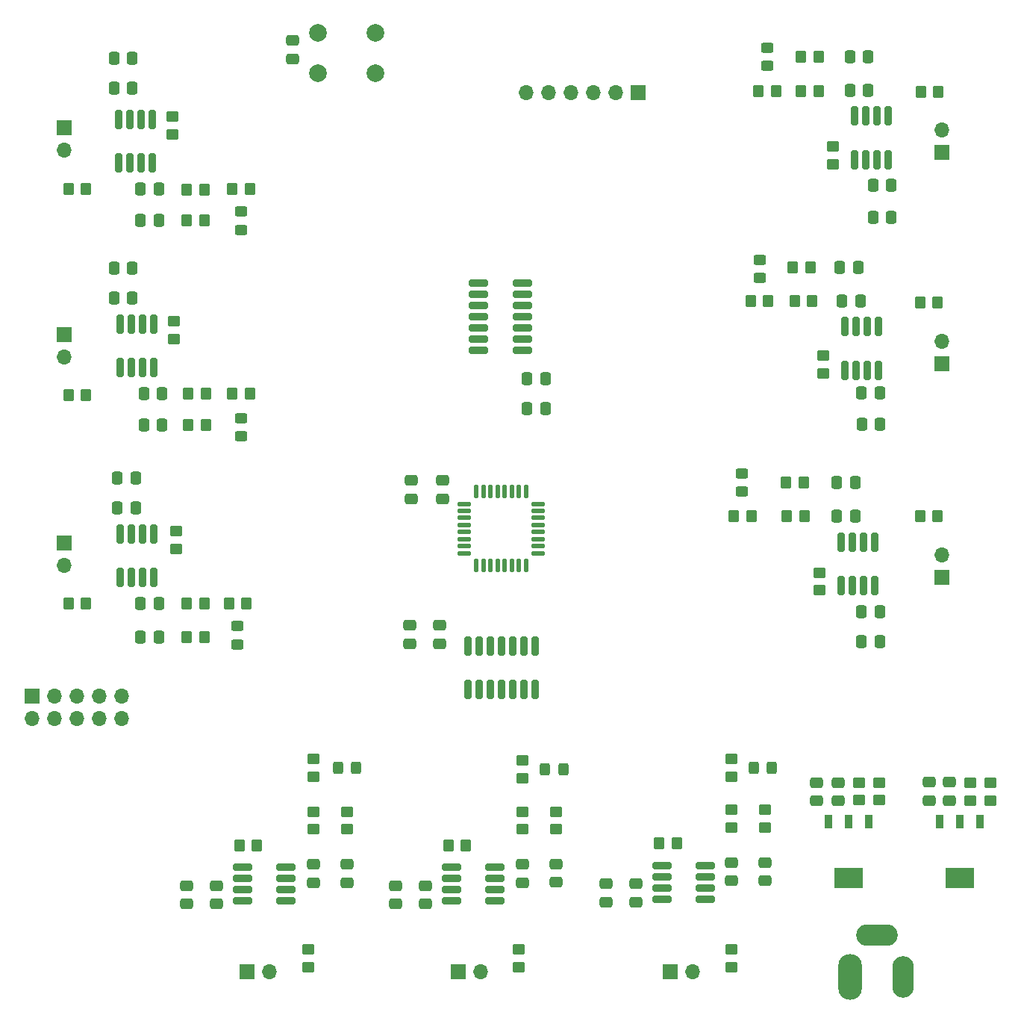
<source format=gbr>
%TF.GenerationSoftware,KiCad,Pcbnew,(6.0.11-0)*%
%TF.CreationDate,2023-11-20T02:45:57-06:00*%
%TF.ProjectId,ECE395_Digital_Target,45434533-3935-45f4-9469-676974616c5f,rev?*%
%TF.SameCoordinates,Original*%
%TF.FileFunction,Soldermask,Top*%
%TF.FilePolarity,Negative*%
%FSLAX46Y46*%
G04 Gerber Fmt 4.6, Leading zero omitted, Abs format (unit mm)*
G04 Created by KiCad (PCBNEW (6.0.11-0)) date 2023-11-20 02:45:57*
%MOMM*%
%LPD*%
G01*
G04 APERTURE LIST*
G04 Aperture macros list*
%AMRoundRect*
0 Rectangle with rounded corners*
0 $1 Rounding radius*
0 $2 $3 $4 $5 $6 $7 $8 $9 X,Y pos of 4 corners*
0 Add a 4 corners polygon primitive as box body*
4,1,4,$2,$3,$4,$5,$6,$7,$8,$9,$2,$3,0*
0 Add four circle primitives for the rounded corners*
1,1,$1+$1,$2,$3*
1,1,$1+$1,$4,$5*
1,1,$1+$1,$6,$7*
1,1,$1+$1,$8,$9*
0 Add four rect primitives between the rounded corners*
20,1,$1+$1,$2,$3,$4,$5,0*
20,1,$1+$1,$4,$5,$6,$7,0*
20,1,$1+$1,$6,$7,$8,$9,0*
20,1,$1+$1,$8,$9,$2,$3,0*%
G04 Aperture macros list end*
%ADD10RoundRect,0.250000X0.337500X0.475000X-0.337500X0.475000X-0.337500X-0.475000X0.337500X-0.475000X0*%
%ADD11RoundRect,0.250000X0.475000X-0.337500X0.475000X0.337500X-0.475000X0.337500X-0.475000X-0.337500X0*%
%ADD12R,1.700000X1.700000*%
%ADD13O,1.700000X1.700000*%
%ADD14RoundRect,0.250000X-0.450000X0.325000X-0.450000X-0.325000X0.450000X-0.325000X0.450000X0.325000X0*%
%ADD15RoundRect,0.250000X-0.337500X-0.475000X0.337500X-0.475000X0.337500X0.475000X-0.337500X0.475000X0*%
%ADD16RoundRect,0.144000X0.943000X0.258000X-0.943000X0.258000X-0.943000X-0.258000X0.943000X-0.258000X0*%
%ADD17RoundRect,0.144000X-0.258000X0.943000X-0.258000X-0.943000X0.258000X-0.943000X0.258000X0.943000X0*%
%ADD18RoundRect,0.250000X-0.350000X-0.450000X0.350000X-0.450000X0.350000X0.450000X-0.350000X0.450000X0*%
%ADD19O,2.704000X5.204000*%
%ADD20O,2.454000X4.704000*%
%ADD21O,4.704000X2.454000*%
%ADD22RoundRect,0.192000X-0.895000X-0.210000X0.895000X-0.210000X0.895000X0.210000X-0.895000X0.210000X0*%
%ADD23RoundRect,0.250000X0.450000X-0.350000X0.450000X0.350000X-0.450000X0.350000X-0.450000X-0.350000X0*%
%ADD24RoundRect,0.250000X0.350000X0.450000X-0.350000X0.450000X-0.350000X-0.450000X0.350000X-0.450000X0*%
%ADD25RoundRect,0.250000X-0.450000X0.350000X-0.450000X-0.350000X0.450000X-0.350000X0.450000X0.350000X0*%
%ADD26R,0.914400X1.600200*%
%ADD27RoundRect,0.192000X0.210000X-0.895000X0.210000X0.895000X-0.210000X0.895000X-0.210000X-0.895000X0*%
%ADD28RoundRect,0.250000X0.325000X0.450000X-0.325000X0.450000X-0.325000X-0.450000X0.325000X-0.450000X0*%
%ADD29RoundRect,0.125000X0.625000X0.125000X-0.625000X0.125000X-0.625000X-0.125000X0.625000X-0.125000X0*%
%ADD30RoundRect,0.125000X0.125000X0.625000X-0.125000X0.625000X-0.125000X-0.625000X0.125000X-0.625000X0*%
%ADD31RoundRect,0.250000X-0.475000X0.337500X-0.475000X-0.337500X0.475000X-0.337500X0.475000X0.337500X0*%
%ADD32RoundRect,0.250000X0.450000X-0.325000X0.450000X0.325000X-0.450000X0.325000X-0.450000X-0.325000X0*%
%ADD33C,2.000000*%
%ADD34RoundRect,0.144000X0.258000X-0.943000X0.258000X0.943000X-0.258000X0.943000X-0.258000X-0.943000X0*%
G04 APERTURE END LIST*
%TO.C,CR2*%
G36*
X162025600Y-131556100D02*
G01*
X158774400Y-131556100D01*
X158774400Y-129244700D01*
X162025600Y-129244700D01*
X162025600Y-131556100D01*
G37*
%TO.C,CR1*%
G36*
X149454100Y-131543400D02*
G01*
X146202900Y-131543400D01*
X146202900Y-129232000D01*
X149454100Y-129232000D01*
X149454100Y-131543400D01*
G37*
%TD*%
D10*
%TO.C,C206*%
X151337500Y-103600000D03*
X149262500Y-103600000D03*
%TD*%
D11*
%TO.C,10uF4*%
X159250000Y-121637500D03*
X159250000Y-119562500D03*
%TD*%
D12*
%TO.C,S2*%
X123925000Y-41400000D03*
D13*
X121385000Y-41400000D03*
X118845000Y-41400000D03*
X116305000Y-41400000D03*
X113765000Y-41400000D03*
X111225000Y-41400000D03*
%TD*%
D14*
%TO.C,D6*%
X135700000Y-84575000D03*
X135700000Y-86625000D03*
%TD*%
D15*
%TO.C,C234*%
X147962500Y-41100000D03*
X150037500Y-41100000D03*
%TD*%
D10*
%TO.C,C232*%
X69937500Y-75500000D03*
X67862500Y-75500000D03*
%TD*%
D16*
%TO.C,OP9*%
X131570000Y-132805000D03*
X131570000Y-131535000D03*
X131570000Y-130265000D03*
X131570000Y-128995000D03*
X126630000Y-128995000D03*
X126630000Y-130265000D03*
X126630000Y-131535000D03*
X126630000Y-132805000D03*
%TD*%
D17*
%TO.C,OP4*%
X152305000Y-44030000D03*
X151035000Y-44030000D03*
X149765000Y-44030000D03*
X148495000Y-44030000D03*
X148495000Y-48970000D03*
X149765000Y-48970000D03*
X151035000Y-48970000D03*
X152305000Y-48970000D03*
%TD*%
%TO.C,OP6*%
X150805000Y-92330000D03*
X149535000Y-92330000D03*
X148265000Y-92330000D03*
X146995000Y-92330000D03*
X146995000Y-97270000D03*
X148265000Y-97270000D03*
X149535000Y-97270000D03*
X150805000Y-97270000D03*
%TD*%
D15*
%TO.C,C212*%
X64462500Y-64700000D03*
X66537500Y-64700000D03*
%TD*%
D11*
%TO.C,10uF1*%
X144200000Y-121687500D03*
X144200000Y-119612500D03*
%TD*%
D15*
%TO.C,C235*%
X147062500Y-65000000D03*
X149137500Y-65000000D03*
%TD*%
D18*
%TO.C,R4*%
X137600000Y-41200000D03*
X139600000Y-41200000D03*
%TD*%
D19*
%TO.C,J0*%
X148000000Y-141600000D03*
D20*
X154000000Y-141600000D03*
D21*
X151000000Y-136900000D03*
%TD*%
D11*
%TO.C,C218*%
X99800000Y-133375000D03*
X99800000Y-131300000D03*
%TD*%
D22*
%TO.C,NOT1*%
X105825000Y-62990000D03*
X105825000Y-64260000D03*
X105825000Y-65530000D03*
X105825000Y-66800000D03*
X105825000Y-68070000D03*
X105825000Y-69340000D03*
X105825000Y-70610000D03*
X110775000Y-70610000D03*
X110775000Y-69340000D03*
X110775000Y-68070000D03*
X110775000Y-66800000D03*
X110775000Y-65530000D03*
X110775000Y-64260000D03*
X110775000Y-62990000D03*
%TD*%
D10*
%TO.C,C205*%
X151375000Y-79000000D03*
X149300000Y-79000000D03*
%TD*%
D23*
%TO.C,R22*%
X71300000Y-69300000D03*
X71300000Y-67300000D03*
%TD*%
D24*
%TO.C,R35*%
X157900000Y-65200000D03*
X155900000Y-65200000D03*
%TD*%
%TO.C,R29*%
X128300000Y-126500000D03*
X126300000Y-126500000D03*
%TD*%
D18*
%TO.C,R11*%
X72700000Y-52380000D03*
X74700000Y-52380000D03*
%TD*%
D10*
%TO.C,C215*%
X151337500Y-75400000D03*
X149262500Y-75400000D03*
%TD*%
%TO.C,C204*%
X152637500Y-55500000D03*
X150562500Y-55500000D03*
%TD*%
D18*
%TO.C,R33*%
X59300000Y-99300000D03*
X61300000Y-99300000D03*
%TD*%
D11*
%TO.C,C241*%
X98000000Y-103837500D03*
X98000000Y-101762500D03*
%TD*%
D23*
%TO.C,R21*%
X71100000Y-46100000D03*
X71100000Y-44100000D03*
%TD*%
D25*
%TO.C,R24*%
X146000000Y-47500000D03*
X146000000Y-49500000D03*
%TD*%
D18*
%TO.C,R5*%
X136700000Y-65000000D03*
X138700000Y-65000000D03*
%TD*%
D25*
%TO.C,R25*%
X144900000Y-71200000D03*
X144900000Y-73200000D03*
%TD*%
D15*
%TO.C,C203*%
X64862500Y-85100000D03*
X66937500Y-85100000D03*
%TD*%
D18*
%TO.C,R13*%
X72700000Y-99300000D03*
X74700000Y-99300000D03*
%TD*%
D16*
%TO.C,OP8*%
X107670000Y-133005000D03*
X107670000Y-131735000D03*
X107670000Y-130465000D03*
X107670000Y-129195000D03*
X102730000Y-129195000D03*
X102730000Y-130465000D03*
X102730000Y-131735000D03*
X102730000Y-133005000D03*
%TD*%
D26*
%TO.C,CR2*%
X162700000Y-123999600D03*
X160400000Y-123999600D03*
X158100000Y-123999600D03*
%TD*%
D15*
%TO.C,C225*%
X146825000Y-61200000D03*
X148900000Y-61200000D03*
%TD*%
D10*
%TO.C,C214*%
X152637500Y-51900000D03*
X150562500Y-51900000D03*
%TD*%
%TO.C,C233*%
X69537500Y-99300000D03*
X67462500Y-99300000D03*
%TD*%
D25*
%TO.C,R101*%
X161600000Y-119650000D03*
X161600000Y-121650000D03*
%TD*%
D11*
%TO.C,C217*%
X76100000Y-133337500D03*
X76100000Y-131262500D03*
%TD*%
%TO.C,C208*%
X96400000Y-133337500D03*
X96400000Y-131262500D03*
%TD*%
D15*
%TO.C,C211*%
X64462500Y-40900000D03*
X66537500Y-40900000D03*
%TD*%
D23*
%TO.C,R9*%
X134500000Y-118900000D03*
X134500000Y-116900000D03*
%TD*%
D15*
%TO.C,C224*%
X147962500Y-37300000D03*
X150037500Y-37300000D03*
%TD*%
D23*
%TO.C,R49*%
X138300000Y-124700000D03*
X138300000Y-122700000D03*
%TD*%
D15*
%TO.C,C202*%
X64462500Y-61300000D03*
X66537500Y-61300000D03*
%TD*%
D12*
%TO.C,J1*%
X58800000Y-45400000D03*
D13*
X58800000Y-47940000D03*
%TD*%
D12*
%TO.C,J7*%
X79600000Y-141000000D03*
D13*
X82140000Y-141000000D03*
%TD*%
D26*
%TO.C,CR1*%
X150128500Y-123986900D03*
X147828500Y-123986900D03*
X145528500Y-123986900D03*
%TD*%
D15*
%TO.C,C236*%
X146462500Y-89400000D03*
X148537500Y-89400000D03*
%TD*%
D11*
%TO.C,C207*%
X72700000Y-133337500D03*
X72700000Y-131262500D03*
%TD*%
D18*
%TO.C,R42*%
X72900000Y-79100000D03*
X74900000Y-79100000D03*
%TD*%
D23*
%TO.C,R18*%
X110800000Y-124900000D03*
X110800000Y-122900000D03*
%TD*%
D12*
%TO.C,J4*%
X158400000Y-48200000D03*
D13*
X158400000Y-45660000D03*
%TD*%
D11*
%TO.C,C300*%
X84700000Y-37537500D03*
X84700000Y-35462500D03*
%TD*%
D24*
%TO.C,R27*%
X80700000Y-126700000D03*
X78700000Y-126700000D03*
%TD*%
D14*
%TO.C,D5*%
X137700000Y-60375000D03*
X137700000Y-62425000D03*
%TD*%
D10*
%TO.C,C223*%
X69575000Y-103100000D03*
X67500000Y-103100000D03*
%TD*%
D27*
%TO.C,NOT2*%
X104590000Y-109075000D03*
X105860000Y-109075000D03*
X107130000Y-109075000D03*
X108400000Y-109075000D03*
X109670000Y-109075000D03*
X110940000Y-109075000D03*
X112210000Y-109075000D03*
X112210000Y-104125000D03*
X110940000Y-104125000D03*
X109670000Y-104125000D03*
X108400000Y-104125000D03*
X107130000Y-104125000D03*
X105860000Y-104125000D03*
X104590000Y-104125000D03*
%TD*%
D10*
%TO.C,C216*%
X151337500Y-100200000D03*
X149262500Y-100200000D03*
%TD*%
D12*
%TO.C,J5*%
X158400000Y-72100000D03*
D13*
X158400000Y-69560000D03*
%TD*%
D18*
%TO.C,R6*%
X134800000Y-89400000D03*
X136800000Y-89400000D03*
%TD*%
D15*
%TO.C,C213*%
X64862500Y-88500000D03*
X66937500Y-88500000D03*
%TD*%
%TO.C,C226*%
X146462500Y-85600000D03*
X148537500Y-85600000D03*
%TD*%
D10*
%TO.C,C221*%
X69537500Y-55900000D03*
X67462500Y-55900000D03*
%TD*%
D24*
%TO.C,R46*%
X142700000Y-85600000D03*
X140700000Y-85600000D03*
%TD*%
D12*
%TO.C,S1*%
X55150000Y-109800000D03*
D13*
X55150000Y-112340000D03*
X57690000Y-109800000D03*
X57690000Y-112340000D03*
X60230000Y-109800000D03*
X60230000Y-112340000D03*
X62770000Y-109800000D03*
X62770000Y-112340000D03*
X65310000Y-109800000D03*
X65310000Y-112340000D03*
%TD*%
D23*
%TO.C,R7*%
X87100000Y-118900000D03*
X87100000Y-116900000D03*
%TD*%
D14*
%TO.C,D4*%
X138600000Y-36275000D03*
X138600000Y-38325000D03*
%TD*%
D12*
%TO.C,J9*%
X127600000Y-141000000D03*
D13*
X130140000Y-141000000D03*
%TD*%
D16*
%TO.C,OP7*%
X83970000Y-133005000D03*
X83970000Y-131735000D03*
X83970000Y-130465000D03*
X83970000Y-129195000D03*
X79030000Y-129195000D03*
X79030000Y-130465000D03*
X79030000Y-131735000D03*
X79030000Y-133005000D03*
%TD*%
D18*
%TO.C,R43*%
X72700000Y-103100000D03*
X74700000Y-103100000D03*
%TD*%
%TO.C,R14*%
X142400000Y-41200000D03*
X144400000Y-41200000D03*
%TD*%
D28*
%TO.C,D7*%
X91950000Y-117900000D03*
X89900000Y-117900000D03*
%TD*%
D18*
%TO.C,R31*%
X59300000Y-52300000D03*
X61300000Y-52300000D03*
%TD*%
D23*
%TO.C,R48*%
X114600000Y-124900000D03*
X114600000Y-122900000D03*
%TD*%
D29*
%TO.C,U1*%
X112575000Y-93600000D03*
X112575000Y-92800000D03*
X112575000Y-92000000D03*
X112575000Y-91200000D03*
X112575000Y-90400000D03*
X112575000Y-89600000D03*
X112575000Y-88800000D03*
X112575000Y-88000000D03*
D30*
X111200000Y-86625000D03*
X110400000Y-86625000D03*
X109600000Y-86625000D03*
X108800000Y-86625000D03*
X108000000Y-86625000D03*
X107200000Y-86625000D03*
X106400000Y-86625000D03*
X105600000Y-86625000D03*
D29*
X104225000Y-88000000D03*
X104225000Y-88800000D03*
X104225000Y-89600000D03*
X104225000Y-90400000D03*
X104225000Y-91200000D03*
X104225000Y-92000000D03*
X104225000Y-92800000D03*
X104225000Y-93600000D03*
D30*
X105600000Y-94975000D03*
X106400000Y-94975000D03*
X107200000Y-94975000D03*
X108000000Y-94975000D03*
X108800000Y-94975000D03*
X109600000Y-94975000D03*
X110400000Y-94975000D03*
X111200000Y-94975000D03*
%TD*%
D31*
%TO.C,C229*%
X138300000Y-128662500D03*
X138300000Y-130737500D03*
%TD*%
D15*
%TO.C,C250*%
X111325000Y-77200000D03*
X113400000Y-77200000D03*
%TD*%
D11*
%TO.C,C219*%
X123700000Y-133137500D03*
X123700000Y-131062500D03*
%TD*%
D23*
%TO.C,R39*%
X134500000Y-140500000D03*
X134500000Y-138500000D03*
%TD*%
D18*
%TO.C,R16*%
X140800000Y-89400000D03*
X142800000Y-89400000D03*
%TD*%
D15*
%TO.C,C201*%
X64462500Y-37500000D03*
X66537500Y-37500000D03*
%TD*%
D31*
%TO.C,C242*%
X98200000Y-85362500D03*
X98200000Y-87437500D03*
%TD*%
%TO.C,C237*%
X87100000Y-128862500D03*
X87100000Y-130937500D03*
%TD*%
D28*
%TO.C,D9*%
X139125000Y-117900000D03*
X137075000Y-117900000D03*
%TD*%
D18*
%TO.C,R12*%
X72900000Y-75500000D03*
X74900000Y-75500000D03*
%TD*%
%TO.C,R2*%
X77900000Y-75500000D03*
X79900000Y-75500000D03*
%TD*%
D12*
%TO.C,J6*%
X158400000Y-96300000D03*
D13*
X158400000Y-93760000D03*
%TD*%
D11*
%TO.C,10uF2*%
X156950000Y-121637500D03*
X156950000Y-119562500D03*
%TD*%
D23*
%TO.C,R23*%
X71500000Y-93100000D03*
X71500000Y-91100000D03*
%TD*%
D18*
%TO.C,R1*%
X77900000Y-52300000D03*
X79900000Y-52300000D03*
%TD*%
D23*
%TO.C,R17*%
X87100000Y-124900000D03*
X87100000Y-122900000D03*
%TD*%
D18*
%TO.C,R41*%
X72700000Y-55900000D03*
X74700000Y-55900000D03*
%TD*%
D12*
%TO.C,J8*%
X103500000Y-141000000D03*
D13*
X106040000Y-141000000D03*
%TD*%
D32*
%TO.C,D2*%
X78900000Y-80325000D03*
X78900000Y-78275000D03*
%TD*%
D31*
%TO.C,C238*%
X110800000Y-128862500D03*
X110800000Y-130937500D03*
%TD*%
D11*
%TO.C,C251*%
X101400000Y-103837500D03*
X101400000Y-101762500D03*
%TD*%
D18*
%TO.C,R3*%
X77500000Y-99300000D03*
X79500000Y-99300000D03*
%TD*%
D33*
%TO.C,SW1*%
X87650000Y-34650000D03*
X94150000Y-34650000D03*
X94150000Y-39150000D03*
X87650000Y-39150000D03*
%TD*%
D10*
%TO.C,C222*%
X69937500Y-79100000D03*
X67862500Y-79100000D03*
%TD*%
D11*
%TO.C,10uF3*%
X146650000Y-121687500D03*
X146650000Y-119612500D03*
%TD*%
D23*
%TO.C,R47*%
X90900000Y-124900000D03*
X90900000Y-122900000D03*
%TD*%
D24*
%TO.C,R44*%
X144400000Y-37300000D03*
X142400000Y-37300000D03*
%TD*%
D34*
%TO.C,OP2*%
X65195000Y-72570000D03*
X66465000Y-72570000D03*
X67735000Y-72570000D03*
X69005000Y-72570000D03*
X69005000Y-67630000D03*
X67735000Y-67630000D03*
X66465000Y-67630000D03*
X65195000Y-67630000D03*
%TD*%
D18*
%TO.C,R32*%
X59300000Y-75700000D03*
X61300000Y-75700000D03*
%TD*%
D31*
%TO.C,C239*%
X134500000Y-128662500D03*
X134500000Y-130737500D03*
%TD*%
D23*
%TO.C,R37*%
X86500000Y-140500000D03*
X86500000Y-138500000D03*
%TD*%
D11*
%TO.C,C209*%
X120300000Y-133137500D03*
X120300000Y-131062500D03*
%TD*%
D31*
%TO.C,C228*%
X114600000Y-128825000D03*
X114600000Y-130900000D03*
%TD*%
D23*
%TO.C,R19*%
X134500000Y-124700000D03*
X134500000Y-122700000D03*
%TD*%
D31*
%TO.C,C252*%
X101725000Y-85362500D03*
X101725000Y-87437500D03*
%TD*%
%TO.C,C227*%
X90900000Y-128862500D03*
X90900000Y-130937500D03*
%TD*%
D23*
%TO.C,R8*%
X110800000Y-119100000D03*
X110800000Y-117100000D03*
%TD*%
D18*
%TO.C,R15*%
X141700000Y-65000000D03*
X143700000Y-65000000D03*
%TD*%
D28*
%TO.C,D8*%
X115425000Y-118100000D03*
X113375000Y-118100000D03*
%TD*%
D25*
%TO.C,R100*%
X149000000Y-119600000D03*
X149000000Y-121600000D03*
%TD*%
D32*
%TO.C,D3*%
X78500000Y-103925000D03*
X78500000Y-101875000D03*
%TD*%
D34*
%TO.C,OP1*%
X64995000Y-49370000D03*
X66265000Y-49370000D03*
X67535000Y-49370000D03*
X68805000Y-49370000D03*
X68805000Y-44430000D03*
X67535000Y-44430000D03*
X66265000Y-44430000D03*
X64995000Y-44430000D03*
%TD*%
D12*
%TO.C,J3*%
X58800000Y-92400000D03*
D13*
X58800000Y-94940000D03*
%TD*%
D24*
%TO.C,R36*%
X157900000Y-89400000D03*
X155900000Y-89400000D03*
%TD*%
D10*
%TO.C,C231*%
X69537500Y-52300000D03*
X67462500Y-52300000D03*
%TD*%
D24*
%TO.C,R28*%
X104400000Y-126700000D03*
X102400000Y-126700000D03*
%TD*%
D25*
%TO.C,R26*%
X144500000Y-95800000D03*
X144500000Y-97800000D03*
%TD*%
D12*
%TO.C,J2*%
X58800000Y-68800000D03*
D13*
X58800000Y-71340000D03*
%TD*%
D15*
%TO.C,C240*%
X111325000Y-73800000D03*
X113400000Y-73800000D03*
%TD*%
D17*
%TO.C,OP5*%
X151205000Y-67930000D03*
X149935000Y-67930000D03*
X148665000Y-67930000D03*
X147395000Y-67930000D03*
X147395000Y-72870000D03*
X148665000Y-72870000D03*
X149935000Y-72870000D03*
X151205000Y-72870000D03*
%TD*%
D23*
%TO.C,R38*%
X110400000Y-140500000D03*
X110400000Y-138500000D03*
%TD*%
D24*
%TO.C,R45*%
X143500000Y-61200000D03*
X141500000Y-61200000D03*
%TD*%
D32*
%TO.C,D1*%
X78900000Y-56925000D03*
X78900000Y-54875000D03*
%TD*%
D23*
%TO.C,R103*%
X163900000Y-121650000D03*
X163900000Y-119650000D03*
%TD*%
%TO.C,R102*%
X151300000Y-121600000D03*
X151300000Y-119600000D03*
%TD*%
D24*
%TO.C,R34*%
X158000000Y-41300000D03*
X156000000Y-41300000D03*
%TD*%
D34*
%TO.C,OP3*%
X65195000Y-96370000D03*
X66465000Y-96370000D03*
X67735000Y-96370000D03*
X69005000Y-96370000D03*
X69005000Y-91430000D03*
X67735000Y-91430000D03*
X66465000Y-91430000D03*
X65195000Y-91430000D03*
%TD*%
M02*

</source>
